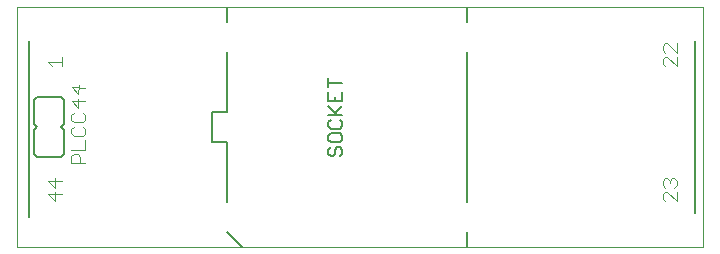
<source format=gto>
G75*
%MOIN*%
%OFA0B0*%
%FSLAX25Y25*%
%IPPOS*%
%LPD*%
%AMOC8*
5,1,8,0,0,1.08239X$1,22.5*
%
%ADD10C,0.00000*%
%ADD11C,0.00800*%
%ADD12C,0.00400*%
%ADD13C,0.00600*%
%ADD14C,0.00500*%
D10*
X0001000Y0001300D02*
X0001000Y0081261D01*
X0229701Y0081261D01*
X0229701Y0001300D01*
X0001000Y0001300D01*
D11*
X0004898Y0011300D02*
X0004898Y0069843D01*
X0227102Y0069843D02*
X0227102Y0012757D01*
D12*
X0220800Y0016539D02*
X0217731Y0019608D01*
X0216963Y0019608D01*
X0216196Y0018841D01*
X0216196Y0017306D01*
X0216963Y0016539D01*
X0220800Y0016539D02*
X0220800Y0019608D01*
X0220033Y0021143D02*
X0220800Y0021910D01*
X0220800Y0023445D01*
X0220033Y0024212D01*
X0219265Y0024212D01*
X0218498Y0023445D01*
X0218498Y0022678D01*
X0218498Y0023445D02*
X0217731Y0024212D01*
X0216963Y0024212D01*
X0216196Y0023445D01*
X0216196Y0021910D01*
X0216963Y0021143D01*
X0216963Y0061539D02*
X0216196Y0062306D01*
X0216196Y0063841D01*
X0216963Y0064608D01*
X0217731Y0064608D01*
X0220800Y0061539D01*
X0220800Y0064608D01*
X0220800Y0066143D02*
X0217731Y0069212D01*
X0216963Y0069212D01*
X0216196Y0068445D01*
X0216196Y0066910D01*
X0216963Y0066143D01*
X0220800Y0066143D02*
X0220800Y0069212D01*
X0023749Y0054479D02*
X0019145Y0054503D01*
X0021435Y0052189D01*
X0021451Y0055259D01*
X0021427Y0050655D02*
X0021410Y0047586D01*
X0019121Y0049900D01*
X0023724Y0049875D01*
X0022937Y0046043D02*
X0023700Y0045272D01*
X0023692Y0043737D01*
X0022921Y0042974D01*
X0019852Y0042990D01*
X0019088Y0043761D01*
X0019096Y0045296D01*
X0019868Y0046059D01*
X0019844Y0041455D02*
X0019072Y0040692D01*
X0019064Y0039157D01*
X0019828Y0038386D01*
X0022897Y0038370D01*
X0023668Y0039133D01*
X0023676Y0040668D01*
X0022913Y0041439D01*
X0023656Y0036831D02*
X0023640Y0033762D01*
X0019036Y0033786D01*
X0019796Y0032247D02*
X0021330Y0032239D01*
X0022093Y0031468D01*
X0022081Y0029166D01*
X0023616Y0029158D02*
X0019012Y0029182D01*
X0019024Y0031484D01*
X0019796Y0032247D01*
X0013498Y0024212D02*
X0013498Y0021143D01*
X0011196Y0023445D01*
X0015800Y0023445D01*
X0013498Y0019608D02*
X0013498Y0016539D01*
X0011196Y0018841D01*
X0015800Y0018841D01*
X0015800Y0061539D02*
X0015800Y0064608D01*
X0015800Y0063074D02*
X0011196Y0063074D01*
X0012731Y0061539D01*
D13*
X0015712Y0051475D02*
X0007712Y0051475D01*
X0006712Y0050475D01*
X0006712Y0042475D01*
X0007712Y0041475D01*
X0006712Y0040475D01*
X0006712Y0032475D01*
X0007712Y0031475D01*
X0015712Y0031475D01*
X0016713Y0032475D01*
X0016713Y0040475D01*
X0015712Y0041475D01*
X0016713Y0042475D01*
X0016713Y0050475D01*
X0015712Y0051475D01*
X0066000Y0046300D02*
X0066000Y0036300D01*
X0071000Y0036300D01*
X0071000Y0016300D01*
X0071000Y0006300D02*
X0076000Y0001300D01*
X0151000Y0001300D02*
X0151000Y0006300D01*
X0151000Y0016300D02*
X0151000Y0066300D01*
X0151000Y0076300D02*
X0151000Y0081300D01*
X0071000Y0081300D02*
X0071000Y0076300D01*
X0071000Y0066300D02*
X0071000Y0046300D01*
X0066000Y0046300D01*
D14*
X0104746Y0045362D02*
X0109250Y0045362D01*
X0107749Y0045362D02*
X0104746Y0048364D01*
X0104746Y0049966D02*
X0109250Y0049966D01*
X0109250Y0052968D01*
X0106998Y0051467D02*
X0106998Y0049966D01*
X0104746Y0049966D02*
X0104746Y0052968D01*
X0104746Y0054570D02*
X0104746Y0057572D01*
X0104746Y0056071D02*
X0109250Y0056071D01*
X0109250Y0048364D02*
X0106998Y0046112D01*
X0105497Y0043760D02*
X0104746Y0043010D01*
X0104746Y0041508D01*
X0105497Y0040758D01*
X0108499Y0040758D01*
X0109250Y0041508D01*
X0109250Y0043010D01*
X0108499Y0043760D01*
X0108499Y0039156D02*
X0105497Y0039156D01*
X0104746Y0038406D01*
X0104746Y0036905D01*
X0105497Y0036154D01*
X0108499Y0036154D01*
X0109250Y0036905D01*
X0109250Y0038406D01*
X0108499Y0039156D01*
X0108499Y0034553D02*
X0107749Y0034553D01*
X0106998Y0033802D01*
X0106998Y0032301D01*
X0106247Y0031550D01*
X0105497Y0031550D01*
X0104746Y0032301D01*
X0104746Y0033802D01*
X0105497Y0034553D01*
X0108499Y0034553D02*
X0109250Y0033802D01*
X0109250Y0032301D01*
X0108499Y0031550D01*
M02*

</source>
